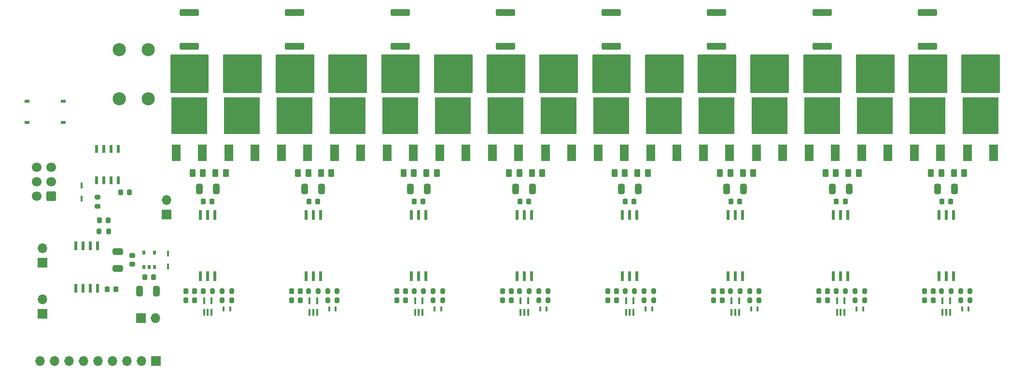
<source format=gts>
G04 #@! TF.GenerationSoftware,KiCad,Pcbnew,8.0.6-8.0.6-0~ubuntu22.04.1*
G04 #@! TF.CreationDate,2024-10-15T23:29:39-05:00*
G04 #@! TF.ProjectId,bidirectional_load_switch,62696469-7265-4637-9469-6f6e616c5f6c,rev?*
G04 #@! TF.SameCoordinates,Original*
G04 #@! TF.FileFunction,Soldermask,Top*
G04 #@! TF.FilePolarity,Negative*
%FSLAX46Y46*%
G04 Gerber Fmt 4.6, Leading zero omitted, Abs format (unit mm)*
G04 Created by KiCad (PCBNEW 8.0.6-8.0.6-0~ubuntu22.04.1) date 2024-10-15 23:29:39*
%MOMM*%
%LPD*%
G01*
G04 APERTURE LIST*
G04 Aperture macros list*
%AMRoundRect*
0 Rectangle with rounded corners*
0 $1 Rounding radius*
0 $2 $3 $4 $5 $6 $7 $8 $9 X,Y pos of 4 corners*
0 Add a 4 corners polygon primitive as box body*
4,1,4,$2,$3,$4,$5,$6,$7,$8,$9,$2,$3,0*
0 Add four circle primitives for the rounded corners*
1,1,$1+$1,$2,$3*
1,1,$1+$1,$4,$5*
1,1,$1+$1,$6,$7*
1,1,$1+$1,$8,$9*
0 Add four rect primitives between the rounded corners*
20,1,$1+$1,$2,$3,$4,$5,0*
20,1,$1+$1,$4,$5,$6,$7,0*
20,1,$1+$1,$6,$7,$8,$9,0*
20,1,$1+$1,$8,$9,$2,$3,0*%
G04 Aperture macros list end*
%ADD10C,0.254000*%
%ADD11RoundRect,0.200000X0.200000X0.275000X-0.200000X0.275000X-0.200000X-0.275000X0.200000X-0.275000X0*%
%ADD12R,1.500000X2.900000*%
%ADD13R,6.300000X6.500000*%
%ADD14R,0.558800X1.701800*%
%ADD15R,0.355600X1.168400*%
%ADD16RoundRect,0.250000X0.325000X0.650000X-0.325000X0.650000X-0.325000X-0.650000X0.325000X-0.650000X0*%
%ADD17RoundRect,0.250000X-1.425000X0.362500X-1.425000X-0.362500X1.425000X-0.362500X1.425000X0.362500X0*%
%ADD18R,1.700000X1.700000*%
%ADD19O,1.700000X1.700000*%
%ADD20RoundRect,0.225000X0.225000X0.250000X-0.225000X0.250000X-0.225000X-0.250000X0.225000X-0.250000X0*%
%ADD21RoundRect,0.250000X-0.325000X-0.650000X0.325000X-0.650000X0.325000X0.650000X-0.325000X0.650000X0*%
%ADD22R,0.457200X0.812800*%
%ADD23RoundRect,0.200000X-0.275000X0.200000X-0.275000X-0.200000X0.275000X-0.200000X0.275000X0.200000X0*%
%ADD24R,0.533400X1.574800*%
%ADD25RoundRect,0.250000X-0.262500X-0.450000X0.262500X-0.450000X0.262500X0.450000X-0.262500X0.450000X0*%
%ADD26RoundRect,0.200000X-0.200000X-0.275000X0.200000X-0.275000X0.200000X0.275000X-0.200000X0.275000X0*%
%ADD27RoundRect,0.225000X-0.225000X-0.250000X0.225000X-0.250000X0.225000X0.250000X-0.225000X0.250000X0*%
%ADD28RoundRect,0.250000X0.600000X0.600000X-0.600000X0.600000X-0.600000X-0.600000X0.600000X-0.600000X0*%
%ADD29C,1.700000*%
%ADD30RoundRect,0.250000X0.262500X0.450000X-0.262500X0.450000X-0.262500X-0.450000X0.262500X-0.450000X0*%
%ADD31R,0.952500X0.558800*%
%ADD32R,0.450800X1.111200*%
%ADD33R,0.558800X1.460500*%
%ADD34RoundRect,0.225000X-0.250000X0.225000X-0.250000X-0.225000X0.250000X-0.225000X0.250000X0.225000X0*%
%ADD35C,2.304000*%
%ADD36R,0.549999X0.800001*%
%ADD37RoundRect,0.250000X-0.650000X0.325000X-0.650000X-0.325000X0.650000X-0.325000X0.650000X0.325000X0*%
G04 APERTURE END LIST*
D10*
X191550000Y-70300000D02*
X198050000Y-70300000D01*
X198050000Y-76800000D01*
X191550000Y-76800000D01*
X191550000Y-70300000D01*
G36*
X191550000Y-70300000D02*
G01*
X198050000Y-70300000D01*
X198050000Y-76800000D01*
X191550000Y-76800000D01*
X191550000Y-70300000D01*
G37*
X99050000Y-70300000D02*
X105550000Y-70300000D01*
X105550000Y-76800000D01*
X99050000Y-76800000D01*
X99050000Y-70300000D01*
G36*
X99050000Y-70300000D02*
G01*
X105550000Y-70300000D01*
X105550000Y-76800000D01*
X99050000Y-76800000D01*
X99050000Y-70300000D01*
G37*
X200800000Y-70300000D02*
X207300000Y-70300000D01*
X207300000Y-76800000D01*
X200800000Y-76800000D01*
X200800000Y-70300000D01*
G36*
X200800000Y-70300000D02*
G01*
X207300000Y-70300000D01*
X207300000Y-76800000D01*
X200800000Y-76800000D01*
X200800000Y-70300000D01*
G37*
X145300000Y-70300000D02*
X151800000Y-70300000D01*
X151800000Y-76800000D01*
X145300000Y-76800000D01*
X145300000Y-70300000D01*
G36*
X145300000Y-70300000D02*
G01*
X151800000Y-70300000D01*
X151800000Y-76800000D01*
X145300000Y-76800000D01*
X145300000Y-70300000D01*
G37*
X173050000Y-70300000D02*
X179550000Y-70300000D01*
X179550000Y-76800000D01*
X173050000Y-76800000D01*
X173050000Y-70300000D01*
G36*
X173050000Y-70300000D02*
G01*
X179550000Y-70300000D01*
X179550000Y-76800000D01*
X173050000Y-76800000D01*
X173050000Y-70300000D01*
G37*
X136050000Y-70300000D02*
X142550000Y-70300000D01*
X142550000Y-76800000D01*
X136050000Y-76800000D01*
X136050000Y-70300000D01*
G36*
X136050000Y-70300000D02*
G01*
X142550000Y-70300000D01*
X142550000Y-76800000D01*
X136050000Y-76800000D01*
X136050000Y-70300000D01*
G37*
X182300000Y-70300000D02*
X188800000Y-70300000D01*
X188800000Y-76800000D01*
X182300000Y-76800000D01*
X182300000Y-70300000D01*
G36*
X182300000Y-70300000D02*
G01*
X188800000Y-70300000D01*
X188800000Y-76800000D01*
X182300000Y-76800000D01*
X182300000Y-70300000D01*
G37*
X89800000Y-70300000D02*
X96300000Y-70300000D01*
X96300000Y-76800000D01*
X89800000Y-76800000D01*
X89800000Y-70300000D01*
G36*
X89800000Y-70300000D02*
G01*
X96300000Y-70300000D01*
X96300000Y-76800000D01*
X89800000Y-76800000D01*
X89800000Y-70300000D01*
G37*
X126800000Y-70300000D02*
X133300000Y-70300000D01*
X133300000Y-76800000D01*
X126800000Y-76800000D01*
X126800000Y-70300000D01*
G36*
X126800000Y-70300000D02*
G01*
X133300000Y-70300000D01*
X133300000Y-76800000D01*
X126800000Y-76800000D01*
X126800000Y-70300000D01*
G37*
X117550000Y-70300000D02*
X124050000Y-70300000D01*
X124050000Y-76800000D01*
X117550000Y-76800000D01*
X117550000Y-70300000D01*
G36*
X117550000Y-70300000D02*
G01*
X124050000Y-70300000D01*
X124050000Y-76800000D01*
X117550000Y-76800000D01*
X117550000Y-70300000D01*
G37*
X219300000Y-70300000D02*
X225800000Y-70300000D01*
X225800000Y-76800000D01*
X219300000Y-76800000D01*
X219300000Y-70300000D01*
G36*
X219300000Y-70300000D02*
G01*
X225800000Y-70300000D01*
X225800000Y-76800000D01*
X219300000Y-76800000D01*
X219300000Y-70300000D01*
G37*
X163800000Y-70300000D02*
X170300000Y-70300000D01*
X170300000Y-76800000D01*
X163800000Y-76800000D01*
X163800000Y-70300000D01*
G36*
X163800000Y-70300000D02*
G01*
X170300000Y-70300000D01*
X170300000Y-76800000D01*
X163800000Y-76800000D01*
X163800000Y-70300000D01*
G37*
X210050000Y-70300000D02*
X216550000Y-70300000D01*
X216550000Y-76800000D01*
X210050000Y-76800000D01*
X210050000Y-70300000D01*
G36*
X210050000Y-70300000D02*
G01*
X216550000Y-70300000D01*
X216550000Y-76800000D01*
X210050000Y-76800000D01*
X210050000Y-70300000D01*
G37*
X108300000Y-70300000D02*
X114800000Y-70300000D01*
X114800000Y-76800000D01*
X108300000Y-76800000D01*
X108300000Y-70300000D01*
G36*
X108300000Y-70300000D02*
G01*
X114800000Y-70300000D01*
X114800000Y-76800000D01*
X108300000Y-76800000D01*
X108300000Y-70300000D01*
G37*
X154550000Y-70300000D02*
X161050000Y-70300000D01*
X161050000Y-76800000D01*
X154550000Y-76800000D01*
X154550000Y-70300000D01*
G36*
X154550000Y-70300000D02*
G01*
X161050000Y-70300000D01*
X161050000Y-76800000D01*
X154550000Y-76800000D01*
X154550000Y-70300000D01*
G37*
X228550000Y-70300000D02*
X235050000Y-70300000D01*
X235050000Y-76800000D01*
X228550000Y-76800000D01*
X228550000Y-70300000D01*
G36*
X228550000Y-70300000D02*
G01*
X235050000Y-70300000D01*
X235050000Y-76800000D01*
X228550000Y-76800000D01*
X228550000Y-70300000D01*
G37*
D11*
X100475000Y-111800000D03*
X98825000Y-111800000D03*
D12*
X100014000Y-87450000D03*
D13*
X102300000Y-80950000D03*
D12*
X104586000Y-87450000D03*
D11*
X152625000Y-111800000D03*
X150975000Y-111800000D03*
D14*
X206030000Y-109184800D03*
X207300000Y-109184800D03*
X208570000Y-109184800D03*
X208570000Y-98415200D03*
X207300000Y-98415200D03*
X206030000Y-98415200D03*
D15*
X225150001Y-115541400D03*
X225800000Y-115541400D03*
X226449999Y-115541400D03*
X226449999Y-113458600D03*
X225150001Y-113458600D03*
D16*
X87275000Y-111800000D03*
X84325000Y-111800000D03*
D17*
X148550000Y-62837500D03*
X148550000Y-68762500D03*
D18*
X67300000Y-106800000D03*
D19*
X67300000Y-104260000D03*
D20*
X186525000Y-113400000D03*
X184975000Y-113400000D03*
D21*
X224325000Y-93800000D03*
X227275000Y-93800000D03*
D12*
X118514000Y-87450000D03*
D13*
X120800000Y-80950000D03*
D12*
X123086000Y-87450000D03*
D22*
X229721500Y-114950000D03*
X228578500Y-114950000D03*
D12*
X192514000Y-87450000D03*
D13*
X194800000Y-80950000D03*
D12*
X197086000Y-87450000D03*
D20*
X112525000Y-113400000D03*
X110975000Y-113400000D03*
D23*
X76950000Y-95275000D03*
X76950000Y-96925000D03*
D24*
X76955000Y-103854300D03*
X75685000Y-103854300D03*
X74415000Y-103854300D03*
X73145000Y-103854300D03*
X73145000Y-111245700D03*
X74415000Y-111245700D03*
X75685000Y-111245700D03*
X76955000Y-111245700D03*
D25*
X227137500Y-91050000D03*
X228962500Y-91050000D03*
X153137500Y-91050000D03*
X154962500Y-91050000D03*
D26*
X172825000Y-113400000D03*
X174475000Y-113400000D03*
D22*
X155721500Y-114950000D03*
X154578500Y-114950000D03*
D27*
X169525000Y-96050000D03*
X171075000Y-96050000D03*
D25*
X171637500Y-91050000D03*
X173462500Y-91050000D03*
D26*
X228325000Y-113400000D03*
X229975000Y-113400000D03*
D11*
X189625000Y-111800000D03*
X187975000Y-111800000D03*
D27*
X225025000Y-96050000D03*
X226575000Y-96050000D03*
D11*
X226625000Y-111800000D03*
X224975000Y-111800000D03*
D27*
X151025000Y-96050000D03*
X152575000Y-96050000D03*
D21*
X187325000Y-93800000D03*
X190275000Y-93800000D03*
D18*
X84550000Y-116550000D03*
D19*
X87090000Y-116550000D03*
D20*
X131025000Y-113400000D03*
X129475000Y-113400000D03*
X94025000Y-111800000D03*
X92475000Y-111800000D03*
D17*
X93050000Y-62837500D03*
X93050000Y-68762500D03*
D11*
X208125000Y-111800000D03*
X206475000Y-111800000D03*
D21*
X205825000Y-93800000D03*
X208775000Y-93800000D03*
D25*
X208637500Y-91050000D03*
X210462500Y-91050000D03*
D12*
X164764000Y-87500000D03*
D13*
X167050000Y-81000000D03*
D12*
X169336000Y-87500000D03*
X220264000Y-87500000D03*
D13*
X222550000Y-81000000D03*
D12*
X224836000Y-87500000D03*
D25*
X116137500Y-91050000D03*
X117962500Y-91050000D03*
D28*
X68802500Y-95095000D03*
D29*
X66262500Y-95095000D03*
X68802500Y-92555000D03*
X66262500Y-92555000D03*
X68802500Y-90015000D03*
X66262500Y-90015000D03*
D26*
X117325000Y-113400000D03*
X118975000Y-113400000D03*
D30*
X206462500Y-91050000D03*
X204637500Y-91050000D03*
D22*
X192721500Y-114950000D03*
X191578500Y-114950000D03*
D14*
X95030000Y-109184800D03*
X96300000Y-109184800D03*
X97570000Y-109184800D03*
X97570000Y-98415200D03*
X96300000Y-98415200D03*
X95030000Y-98415200D03*
D20*
X223525000Y-111800000D03*
X221975000Y-111800000D03*
D14*
X113530000Y-109184800D03*
X114800000Y-109184800D03*
X116070000Y-109184800D03*
X116070000Y-98415200D03*
X114800000Y-98415200D03*
X113530000Y-98415200D03*
D20*
X149525000Y-111800000D03*
X147975000Y-111800000D03*
D26*
X154325000Y-113400000D03*
X155975000Y-113400000D03*
D18*
X67300000Y-115800000D03*
D19*
X67300000Y-113260000D03*
D30*
X187962500Y-91050000D03*
X186137500Y-91050000D03*
D14*
X169030000Y-109184800D03*
X170300000Y-109184800D03*
X171570000Y-109184800D03*
X171570000Y-98415200D03*
X170300000Y-98415200D03*
X169030000Y-98415200D03*
D11*
X78875000Y-101300000D03*
X77225000Y-101300000D03*
X211475000Y-111800000D03*
X209825000Y-111800000D03*
D31*
X64618650Y-78445800D03*
X70981350Y-78445800D03*
X64618650Y-82154200D03*
X70981350Y-82154200D03*
D12*
X146264000Y-87500000D03*
D13*
X148550000Y-81000000D03*
D12*
X150836000Y-87500000D03*
D27*
X188025000Y-96050000D03*
X189575000Y-96050000D03*
D17*
X111550000Y-62837500D03*
X111550000Y-68762500D03*
D26*
X135825000Y-113400000D03*
X137475000Y-113400000D03*
D11*
X171125000Y-111800000D03*
X169475000Y-111800000D03*
D30*
X132462500Y-91050000D03*
X130637500Y-91050000D03*
D12*
X137014000Y-87450000D03*
D13*
X139300000Y-80950000D03*
D12*
X141586000Y-87450000D03*
D17*
X185550000Y-62837500D03*
X185550000Y-68762500D03*
D25*
X190137500Y-91050000D03*
X191962500Y-91050000D03*
D32*
X74150000Y-95550000D03*
X74150000Y-93250000D03*
D22*
X118721500Y-114950000D03*
X117578500Y-114950000D03*
D11*
X192975000Y-111800000D03*
X191325000Y-111800000D03*
X229975000Y-111800000D03*
X228325000Y-111800000D03*
D14*
X150530000Y-109184800D03*
X151800000Y-109184800D03*
X153070000Y-109184800D03*
X153070000Y-98415200D03*
X151800000Y-98415200D03*
X150530000Y-98415200D03*
D18*
X89050000Y-98300000D03*
D19*
X89050000Y-95760000D03*
D20*
X149525000Y-113400000D03*
X147975000Y-113400000D03*
D12*
X174014000Y-87450000D03*
D13*
X176300000Y-80950000D03*
D12*
X178586000Y-87450000D03*
D25*
X97637500Y-91050000D03*
X99462500Y-91050000D03*
D12*
X127764000Y-87500000D03*
D13*
X130050000Y-81000000D03*
D12*
X132336000Y-87500000D03*
D20*
X131025000Y-111800000D03*
X129475000Y-111800000D03*
D33*
X80605000Y-86825850D03*
X79335000Y-86825850D03*
X78065000Y-86825850D03*
X76795000Y-86825850D03*
X76795000Y-92274150D03*
X78065000Y-92274150D03*
X79335000Y-92274150D03*
X80605000Y-92274150D03*
D26*
X98825000Y-113400000D03*
X100475000Y-113400000D03*
D34*
X83050000Y-105525000D03*
X83050000Y-107075000D03*
D27*
X206525000Y-96050000D03*
X208075000Y-96050000D03*
D15*
X169650001Y-115541400D03*
X170300000Y-115541400D03*
X170949999Y-115541400D03*
X170949999Y-113458600D03*
X169650001Y-113458600D03*
D12*
X183264000Y-87500000D03*
D13*
X185550000Y-81000000D03*
D12*
X187836000Y-87500000D03*
D20*
X168025000Y-111800000D03*
X166475000Y-111800000D03*
D25*
X134637500Y-91050000D03*
X136462500Y-91050000D03*
D27*
X81025000Y-94450000D03*
X82575000Y-94450000D03*
D12*
X229514000Y-87450000D03*
D13*
X231800000Y-80950000D03*
D12*
X234086000Y-87450000D03*
D30*
X95462500Y-91050000D03*
X93637500Y-91050000D03*
D14*
X132030000Y-109184800D03*
X133300000Y-109184800D03*
X134570000Y-109184800D03*
X134570000Y-98415200D03*
X133300000Y-98415200D03*
X132030000Y-98415200D03*
D12*
X201764000Y-87500000D03*
D13*
X204050000Y-81000000D03*
D12*
X206336000Y-87500000D03*
D11*
X174475000Y-111800000D03*
X172825000Y-111800000D03*
X97125000Y-111800000D03*
X95475000Y-111800000D03*
X115625000Y-111800000D03*
X113975000Y-111800000D03*
D14*
X187530000Y-109184800D03*
X188800000Y-109184800D03*
X190070000Y-109184800D03*
X190070000Y-98415200D03*
X188800000Y-98415200D03*
X187530000Y-98415200D03*
D22*
X174221500Y-114950000D03*
X173078500Y-114950000D03*
D20*
X205025000Y-113400000D03*
X203475000Y-113400000D03*
D30*
X169462500Y-91050000D03*
X167637500Y-91050000D03*
D15*
X114150001Y-115541400D03*
X114800000Y-115541400D03*
X115449999Y-115541400D03*
X115449999Y-113458600D03*
X114150001Y-113458600D03*
D18*
X87180000Y-124100000D03*
D19*
X84640000Y-124100000D03*
X82100000Y-124100000D03*
X79560000Y-124100000D03*
X77020000Y-124100000D03*
X74480000Y-124100000D03*
X71940000Y-124100000D03*
X69400000Y-124100000D03*
X66860000Y-124100000D03*
D22*
X211221500Y-114950000D03*
X210078500Y-114950000D03*
D26*
X209825000Y-113400000D03*
X211475000Y-113400000D03*
D12*
X90764000Y-87500000D03*
D13*
X93050000Y-81000000D03*
D12*
X95336000Y-87500000D03*
D17*
X130050000Y-62837500D03*
X130050000Y-68762500D03*
D11*
X118975000Y-111800000D03*
X117325000Y-111800000D03*
D15*
X95650001Y-115541400D03*
X96300000Y-115541400D03*
X96949999Y-115541400D03*
X96949999Y-113458600D03*
X95650001Y-113458600D03*
D14*
X224530000Y-109184800D03*
X225800000Y-109184800D03*
X227070000Y-109184800D03*
X227070000Y-98415200D03*
X225800000Y-98415200D03*
X224530000Y-98415200D03*
D26*
X191325000Y-113400000D03*
X192975000Y-113400000D03*
D20*
X205025000Y-111800000D03*
X203475000Y-111800000D03*
D35*
X85840000Y-78037500D03*
X85840000Y-69337500D03*
X80760000Y-78037500D03*
X80760000Y-69337500D03*
D21*
X150325000Y-93800000D03*
X153275000Y-93800000D03*
D12*
X211014000Y-87450000D03*
D13*
X213300000Y-80950000D03*
D12*
X215586000Y-87450000D03*
D21*
X113325000Y-93800000D03*
X116275000Y-93800000D03*
D15*
X206650001Y-115541400D03*
X207300000Y-115541400D03*
X207949999Y-115541400D03*
X207949999Y-113458600D03*
X206650001Y-113458600D03*
D20*
X112525000Y-111800000D03*
X110975000Y-111800000D03*
D27*
X77275000Y-99300000D03*
X78825000Y-99300000D03*
D36*
X85100001Y-107550000D03*
X86050002Y-107550000D03*
X87000000Y-107550000D03*
X87000000Y-105000000D03*
X85100001Y-105000000D03*
D15*
X188150001Y-115541400D03*
X188800000Y-115541400D03*
X189449999Y-115541400D03*
X189449999Y-113458600D03*
X188150001Y-113458600D03*
D11*
X137475000Y-111800000D03*
X135825000Y-111800000D03*
D21*
X131825000Y-93800000D03*
X134775000Y-93800000D03*
D20*
X86825000Y-109300000D03*
X85275000Y-109300000D03*
X223525000Y-113400000D03*
X221975000Y-113400000D03*
X168025000Y-113400000D03*
X166475000Y-113400000D03*
D15*
X151150001Y-115541400D03*
X151800000Y-115541400D03*
X152449999Y-115541400D03*
X152449999Y-113458600D03*
X151150001Y-113458600D03*
D21*
X94825000Y-93800000D03*
X97775000Y-93800000D03*
D11*
X155975000Y-111800000D03*
X154325000Y-111800000D03*
D30*
X224962500Y-91050000D03*
X223137500Y-91050000D03*
D32*
X89300000Y-107450000D03*
X89300000Y-105150000D03*
D21*
X168825000Y-93800000D03*
X171775000Y-93800000D03*
D17*
X167050000Y-62837500D03*
X167050000Y-68762500D03*
D11*
X134125000Y-111800000D03*
X132475000Y-111800000D03*
D12*
X155514000Y-87450000D03*
D13*
X157800000Y-80950000D03*
D12*
X160086000Y-87450000D03*
D37*
X80550000Y-104825000D03*
X80550000Y-107775000D03*
D22*
X137221500Y-114950000D03*
X136078500Y-114950000D03*
D17*
X204050000Y-62837500D03*
X204050000Y-68762500D03*
D20*
X94025000Y-113400000D03*
X92475000Y-113400000D03*
D30*
X150962500Y-91050000D03*
X149137500Y-91050000D03*
D27*
X95525000Y-96050000D03*
X97075000Y-96050000D03*
D12*
X109264000Y-87500000D03*
D13*
X111550000Y-81000000D03*
D12*
X113836000Y-87500000D03*
D15*
X132650001Y-115541400D03*
X133300000Y-115541400D03*
X133949999Y-115541400D03*
X133949999Y-113458600D03*
X132650001Y-113458600D03*
D17*
X222550000Y-62837500D03*
X222550000Y-68762500D03*
D20*
X186525000Y-111800000D03*
X184975000Y-111800000D03*
D27*
X132525000Y-96050000D03*
X134075000Y-96050000D03*
D30*
X113962500Y-91050000D03*
X112137500Y-91050000D03*
D22*
X100221500Y-114950000D03*
X99078500Y-114950000D03*
D27*
X78625000Y-111450000D03*
X80175000Y-111450000D03*
X114025000Y-96050000D03*
X115575000Y-96050000D03*
M02*

</source>
